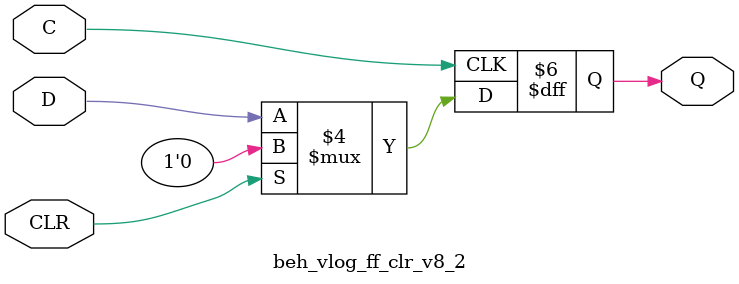
<source format=v>
module beh_vlog_ff_clr_v8_2 (Q, C, CLR, D);
  parameter INIT = 0;
localparam FLOP_DELAY = 100;
    output Q;
    input  C, CLR, D;
    reg Q;
    initial Q= 1'b0;
    always @(posedge C )
      if (CLR)
	Q<= 1'b0;
      else
	Q<= #FLOP_DELAY D;
endmodule
</source>
